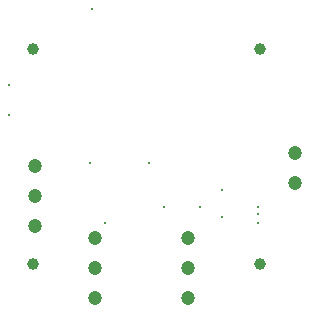
<source format=gbr>
%TF.GenerationSoftware,Altium Limited,Altium Designer,21.2.1 (34)*%
G04 Layer_Color=0*
%FSLAX26Y26*%
%MOIN*%
%TF.SameCoordinates,9B619AE5-86D3-421A-82E6-E0B3A417AA1F*%
%TF.FilePolarity,Positive*%
%TF.FileFunction,Plated,1,2,PTH,Drill*%
%TF.Part,Single*%
G01*
G75*
%TA.AperFunction,ComponentDrill*%
%ADD50C,0.039370*%
%ADD51C,0.047244*%
%TA.AperFunction,ViaDrill,NotFilled*%
%ADD52C,0.012000*%
D50*
X4010000Y1908464D02*
D03*
Y2625000D02*
D03*
X3255275D02*
D03*
Y1908464D02*
D03*
D51*
X4129000Y2181000D02*
D03*
Y2281000D02*
D03*
X3460000Y1795000D02*
D03*
Y1895000D02*
D03*
Y1995000D02*
D03*
X3770000Y1795000D02*
D03*
Y1895000D02*
D03*
Y1995000D02*
D03*
X3260000Y2035000D02*
D03*
Y2135000D02*
D03*
Y2235000D02*
D03*
D52*
X3494862Y2045000D02*
D03*
X4005000Y2100000D02*
D03*
X3810000D02*
D03*
X4005000Y2075000D02*
D03*
X3885000Y2065000D02*
D03*
X4005000Y2045000D02*
D03*
X3444685Y2245000D02*
D03*
X3690000Y2100000D02*
D03*
X3640315Y2245000D02*
D03*
X3175000Y2505000D02*
D03*
Y2405000D02*
D03*
X3885000Y2155000D02*
D03*
X3450000Y2760000D02*
D03*
%TF.MD5,6e7f92d3894049f3e53b530ec9bdb1a1*%
M02*

</source>
